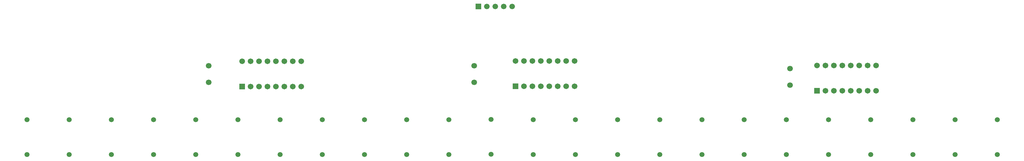
<source format=gbs>
G04 Layer: BottomSolderMaskLayer*
G04 EasyEDA v6.5.43, 2024-08-21 17:52:12*
G04 cb6e2e9fbd21486d88ae5690d2d3dc00,10*
G04 Gerber Generator version 0.2*
G04 Scale: 100 percent, Rotated: No, Reflected: No *
G04 Dimensions in millimeters *
G04 leading zeros omitted , absolute positions ,4 integer and 5 decimal *
%FSLAX45Y45*%
%MOMM*%

%AMMACRO1*4,1,8,-0.8211,-0.8508,-0.8508,-0.821,-0.8508,0.8211,-0.8211,0.8508,0.821,0.8508,0.8508,0.8211,0.8508,-0.821,0.821,-0.8508,-0.8211,-0.8508,0*%
%AMMACRO2*4,1,8,-0.8085,-0.8382,-0.8382,-0.8084,-0.8382,0.8085,-0.8085,0.8382,0.8084,0.8382,0.8382,0.8085,0.8382,-0.8084,0.8084,-0.8382,-0.8085,-0.8382,0*%
%ADD10C,1.7000*%
%ADD11C,1.7016*%
%ADD12MACRO1*%
%ADD13C,1.6764*%
%ADD14MACRO2*%
%ADD15C,1.5016*%
%ADD16C,1.5020*%

%LPD*%
D10*
G01*
X5981700Y4322013D03*
G01*
X5981700Y4822012D03*
G01*
X13970000Y4322013D03*
G01*
X13970000Y4822012D03*
G01*
X23482300Y4233113D03*
G01*
X23482300Y4733112D03*
D11*
G01*
X6985000Y4953000D03*
G01*
X7239000Y4953000D03*
G01*
X7493000Y4953000D03*
G01*
X7747000Y4953000D03*
G01*
X8001000Y4953000D03*
G01*
X8255000Y4953000D03*
G01*
X8509000Y4953000D03*
G01*
X8763000Y4953000D03*
G01*
X8763000Y4191000D03*
G01*
X8509000Y4191000D03*
G01*
X8255000Y4191000D03*
G01*
X8001000Y4191000D03*
G01*
X7747000Y4191000D03*
G01*
X7493000Y4191000D03*
G01*
X7239000Y4191000D03*
D12*
G01*
X6984992Y4191002D03*
D11*
G01*
X15214600Y4965700D03*
G01*
X15468600Y4965700D03*
G01*
X15722600Y4965700D03*
G01*
X15976600Y4965700D03*
G01*
X16230600Y4965700D03*
G01*
X16484600Y4965700D03*
G01*
X16738600Y4965700D03*
G01*
X16992600Y4965700D03*
G01*
X16992600Y4203700D03*
G01*
X16738600Y4203700D03*
G01*
X16484600Y4203700D03*
G01*
X16230600Y4203700D03*
G01*
X15976600Y4203700D03*
G01*
X15722600Y4203700D03*
G01*
X15468600Y4203700D03*
D12*
G01*
X15214592Y4203702D03*
D11*
G01*
X24295100Y4826000D03*
G01*
X24549100Y4826000D03*
G01*
X24803100Y4826000D03*
G01*
X25057100Y4826000D03*
G01*
X25311100Y4826000D03*
G01*
X25565100Y4826000D03*
G01*
X25819100Y4826000D03*
G01*
X26073100Y4826000D03*
G01*
X26073100Y4064000D03*
G01*
X25819100Y4064000D03*
G01*
X25565100Y4064000D03*
G01*
X25311100Y4064000D03*
G01*
X25057100Y4064000D03*
G01*
X24803100Y4064000D03*
G01*
X24549100Y4064000D03*
D12*
G01*
X24295092Y4064002D03*
D13*
G01*
X15113000Y6604000D03*
G01*
X14859000Y6604000D03*
G01*
X14605000Y6604000D03*
G01*
X14351000Y6604000D03*
D14*
G01*
X14097000Y6604000D03*
D15*
G01*
X10668000Y3191992D03*
G01*
X10668000Y2142007D03*
G01*
X11938000Y3191992D03*
G01*
X11938000Y2142007D03*
G01*
X13208000Y3191992D03*
G01*
X13208000Y2142007D03*
G01*
X14478000Y3204692D03*
G01*
X14478000Y2154707D03*
G01*
X15748000Y3191992D03*
G01*
X15748000Y2142007D03*
G01*
X17018000Y3191992D03*
G01*
X17018000Y2142007D03*
G01*
X18288000Y3191992D03*
G01*
X18288000Y2142007D03*
G01*
X19558000Y3191992D03*
G01*
X19558000Y2142007D03*
G01*
X20828000Y3191992D03*
G01*
X20828000Y2142007D03*
G01*
X22098000Y3191992D03*
G01*
X22098000Y2142007D03*
G01*
X23368000Y3191992D03*
G01*
X23368000Y2142007D03*
G01*
X24638000Y3191992D03*
G01*
X24638000Y2142007D03*
G01*
X25907949Y3191992D03*
G01*
X25907949Y2142007D03*
G01*
X27177946Y3191992D03*
G01*
X27177946Y2142007D03*
G01*
X28447944Y3191987D03*
G01*
X28447944Y2142002D03*
G01*
X29717941Y3191987D03*
G01*
X29717941Y2142002D03*
D16*
G01*
X8127974Y2141981D03*
G01*
X8127974Y3191992D03*
G01*
X6858000Y2141981D03*
G01*
X6858000Y3191992D03*
G01*
X5588000Y2141981D03*
G01*
X5588000Y3191992D03*
G01*
X4318000Y2141981D03*
G01*
X4318000Y3191992D03*
G01*
X3047994Y2141981D03*
G01*
X3047994Y3191992D03*
G01*
X1778000Y2141981D03*
G01*
X1778000Y3191992D03*
G01*
X508000Y2141981D03*
G01*
X508000Y3191992D03*
G01*
X9397956Y2141981D03*
G01*
X9397956Y3191992D03*
M02*

</source>
